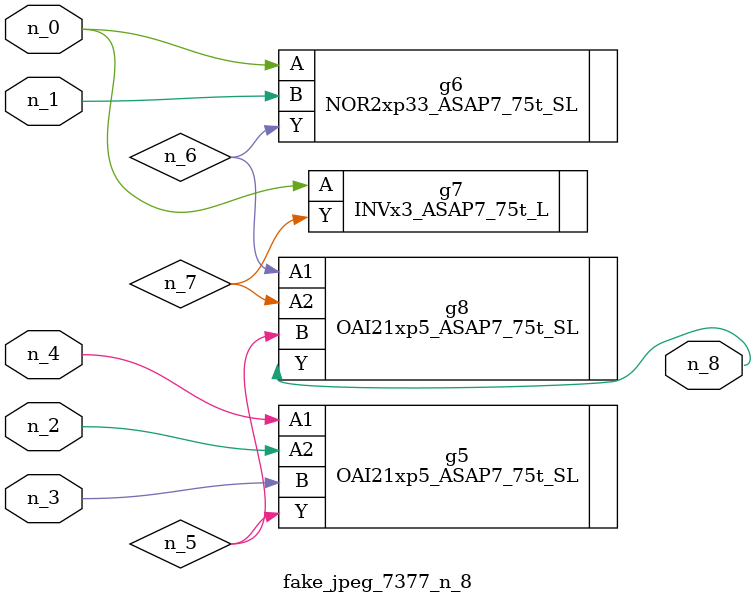
<source format=v>
module fake_jpeg_7377_n_8 (n_3, n_2, n_1, n_0, n_4, n_8);

input n_3;
input n_2;
input n_1;
input n_0;
input n_4;

output n_8;

wire n_6;
wire n_5;
wire n_7;

OAI21xp5_ASAP7_75t_SL g5 ( 
.A1(n_4),
.A2(n_2),
.B(n_3),
.Y(n_5)
);

NOR2xp33_ASAP7_75t_SL g6 ( 
.A(n_0),
.B(n_1),
.Y(n_6)
);

INVx3_ASAP7_75t_L g7 ( 
.A(n_0),
.Y(n_7)
);

OAI21xp5_ASAP7_75t_SL g8 ( 
.A1(n_6),
.A2(n_7),
.B(n_5),
.Y(n_8)
);


endmodule
</source>
